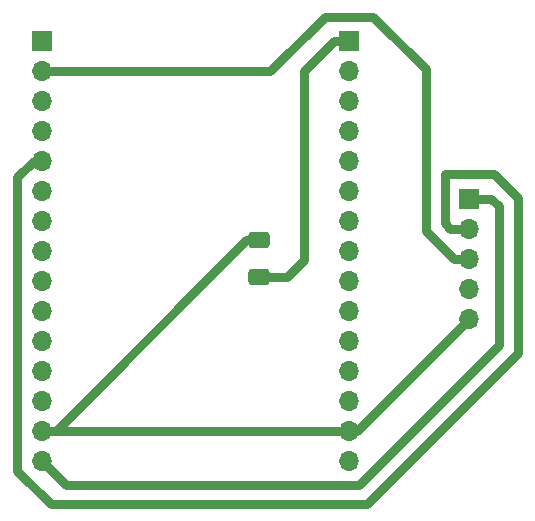
<source format=gbr>
%TF.GenerationSoftware,KiCad,Pcbnew,6.0.9*%
%TF.CreationDate,2022-12-25T21:15:46+09:00*%
%TF.ProjectId,Aideepen_ESP32,41696465-6570-4656-9e5f-45535033322e,rev?*%
%TF.SameCoordinates,Original*%
%TF.FileFunction,Copper,L1,Top*%
%TF.FilePolarity,Positive*%
%FSLAX46Y46*%
G04 Gerber Fmt 4.6, Leading zero omitted, Abs format (unit mm)*
G04 Created by KiCad (PCBNEW 6.0.9) date 2022-12-25 21:15:46*
%MOMM*%
%LPD*%
G01*
G04 APERTURE LIST*
G04 Aperture macros list*
%AMRoundRect*
0 Rectangle with rounded corners*
0 $1 Rounding radius*
0 $2 $3 $4 $5 $6 $7 $8 $9 X,Y pos of 4 corners*
0 Add a 4 corners polygon primitive as box body*
4,1,4,$2,$3,$4,$5,$6,$7,$8,$9,$2,$3,0*
0 Add four circle primitives for the rounded corners*
1,1,$1+$1,$2,$3*
1,1,$1+$1,$4,$5*
1,1,$1+$1,$6,$7*
1,1,$1+$1,$8,$9*
0 Add four rect primitives between the rounded corners*
20,1,$1+$1,$2,$3,$4,$5,0*
20,1,$1+$1,$4,$5,$6,$7,0*
20,1,$1+$1,$6,$7,$8,$9,0*
20,1,$1+$1,$8,$9,$2,$3,0*%
G04 Aperture macros list end*
%TA.AperFunction,SMDPad,CuDef*%
%ADD10RoundRect,0.250000X0.650000X-0.412500X0.650000X0.412500X-0.650000X0.412500X-0.650000X-0.412500X0*%
%TD*%
%TA.AperFunction,ComponentPad*%
%ADD11R,1.700000X1.700000*%
%TD*%
%TA.AperFunction,ComponentPad*%
%ADD12O,1.700000X1.700000*%
%TD*%
%TA.AperFunction,Conductor*%
%ADD13C,0.800000*%
%TD*%
G04 APERTURE END LIST*
D10*
%TO.P,C1,1*%
%TO.N,/EN*%
X129540000Y-90462500D03*
%TO.P,C1,2*%
%TO.N,GND*%
X129540000Y-87337500D03*
%TD*%
D11*
%TO.P,J2,1,Pin_1*%
%TO.N,/EN*%
X137160000Y-70450000D03*
D12*
%TO.P,J2,2,Pin_2*%
%TO.N,/GPIO36*%
X137160000Y-72990000D03*
%TO.P,J2,3,Pin_3*%
%TO.N,/GPIO39*%
X137160000Y-75530000D03*
%TO.P,J2,4,Pin_4*%
%TO.N,/GPIO34*%
X137160000Y-78070000D03*
%TO.P,J2,5,Pin_5*%
%TO.N,/GPIO35*%
X137160000Y-80610000D03*
%TO.P,J2,6,Pin_6*%
%TO.N,/GPIO32*%
X137160000Y-83150000D03*
%TO.P,J2,7,Pin_7*%
%TO.N,/GPIO33*%
X137160000Y-85690000D03*
%TO.P,J2,8,Pin_8*%
%TO.N,/GPIO25*%
X137160000Y-88230000D03*
%TO.P,J2,9,Pin_9*%
%TO.N,/GPIO26*%
X137160000Y-90770000D03*
%TO.P,J2,10,Pin_10*%
%TO.N,/GPIO27*%
X137160000Y-93310000D03*
%TO.P,J2,11,Pin_11*%
%TO.N,/GPIO14*%
X137160000Y-95850000D03*
%TO.P,J2,12,Pin_12*%
%TO.N,/GPIO12*%
X137160000Y-98390000D03*
%TO.P,J2,13,Pin_13*%
%TO.N,/GPIO13*%
X137160000Y-100930000D03*
%TO.P,J2,14,Pin_14*%
%TO.N,GND*%
X137160000Y-103470000D03*
%TO.P,J2,15,Pin_15*%
%TO.N,+5V*%
X137160000Y-106010000D03*
%TD*%
D11*
%TO.P,J1,1,Pin_1*%
%TO.N,+3.3V*%
X147320000Y-83820000D03*
D12*
%TO.P,J1,2,Pin_2*%
%TO.N,/GPIO21*%
X147320000Y-86360000D03*
%TO.P,J1,3,Pin_3*%
%TO.N,/GPIO22*%
X147320000Y-88900000D03*
%TO.P,J1,4,Pin_4*%
%TO.N,unconnected-(J1-Pad4)*%
X147320000Y-91440000D03*
%TO.P,J1,5,Pin_5*%
%TO.N,GND*%
X147320000Y-93980000D03*
%TD*%
D11*
%TO.P,J3,1,Pin_1*%
%TO.N,/GPIO23*%
X111160000Y-70450000D03*
D12*
%TO.P,J3,2,Pin_2*%
%TO.N,/GPIO22*%
X111160000Y-72990000D03*
%TO.P,J3,3,Pin_3*%
%TO.N,/GPIO1*%
X111160000Y-75530000D03*
%TO.P,J3,4,Pin_4*%
%TO.N,/GPIO3*%
X111160000Y-78070000D03*
%TO.P,J3,5,Pin_5*%
%TO.N,/GPIO21*%
X111160000Y-80610000D03*
%TO.P,J3,6,Pin_6*%
%TO.N,/GPIO19*%
X111160000Y-83150000D03*
%TO.P,J3,7,Pin_7*%
%TO.N,/GPIO18*%
X111160000Y-85690000D03*
%TO.P,J3,8,Pin_8*%
%TO.N,/GPIO5*%
X111160000Y-88230000D03*
%TO.P,J3,9,Pin_9*%
%TO.N,/GPIO17*%
X111160000Y-90770000D03*
%TO.P,J3,10,Pin_10*%
%TO.N,/GPIO16*%
X111160000Y-93310000D03*
%TO.P,J3,11,Pin_11*%
%TO.N,/GPIO4*%
X111160000Y-95850000D03*
%TO.P,J3,12,Pin_12*%
%TO.N,/GPIO2*%
X111160000Y-98390000D03*
%TO.P,J3,13,Pin_13*%
%TO.N,/GPIO15*%
X111160000Y-100930000D03*
%TO.P,J3,14,Pin_14*%
%TO.N,GND*%
X111160000Y-103470000D03*
%TO.P,J3,15,Pin_15*%
%TO.N,+3.3V*%
X111160000Y-106010000D03*
%TD*%
D13*
%TO.N,/EN*%
X133350000Y-89046250D02*
X133350000Y-73025000D01*
X133350000Y-73025000D02*
X135925000Y-70450000D01*
X129540000Y-90462500D02*
X131933750Y-90462500D01*
X135925000Y-70450000D02*
X137160000Y-70450000D01*
X131933750Y-90462500D02*
X133350000Y-89046250D01*
%TO.N,GND*%
X137160000Y-103470000D02*
X111160000Y-103470000D01*
X111160000Y-103470000D02*
X112362081Y-103470000D01*
X137830000Y-103470000D02*
X147320000Y-93980000D01*
X128494581Y-87337500D02*
X129540000Y-87337500D01*
X137160000Y-103470000D02*
X137830000Y-103470000D01*
X112362081Y-103470000D02*
X128494581Y-87337500D01*
%TO.N,+3.3V*%
X149860000Y-96209138D02*
X138009138Y-108060000D01*
X149225000Y-83820000D02*
X149860000Y-84455000D01*
X138009138Y-108060000D02*
X113210000Y-108060000D01*
X147320000Y-83820000D02*
X149225000Y-83820000D01*
X113210000Y-108060000D02*
X111160000Y-106010000D01*
X149860000Y-84455000D02*
X149860000Y-96209138D01*
%TO.N,/GPIO21*%
X111910862Y-109660000D02*
X109110000Y-106859138D01*
X151460000Y-96871880D02*
X138671880Y-109660000D01*
X109110000Y-82025000D02*
X110525000Y-80610000D01*
X109110000Y-106859138D02*
X109110000Y-82025000D01*
X145270000Y-85870000D02*
X145270000Y-81770000D01*
X138671880Y-109660000D02*
X111910862Y-109660000D01*
X147320000Y-86360000D02*
X145760000Y-86360000D01*
X145270000Y-81770000D02*
X149437742Y-81770000D01*
X110525000Y-80610000D02*
X111160000Y-80610000D01*
X151460000Y-83792258D02*
X151460000Y-96871880D01*
X149437742Y-81770000D02*
X151460000Y-83792258D01*
X145760000Y-86360000D02*
X145270000Y-85870000D01*
%TO.N,/GPIO22*%
X139210000Y-68400000D02*
X135110000Y-68400000D01*
X143670000Y-86532742D02*
X143670000Y-72860000D01*
X146037258Y-88900000D02*
X143670000Y-86532742D01*
X147320000Y-88900000D02*
X146037258Y-88900000D01*
X143670000Y-72860000D02*
X139210000Y-68400000D01*
X135110000Y-68400000D02*
X130520000Y-72990000D01*
X130520000Y-72990000D02*
X111160000Y-72990000D01*
%TD*%
M02*

</source>
